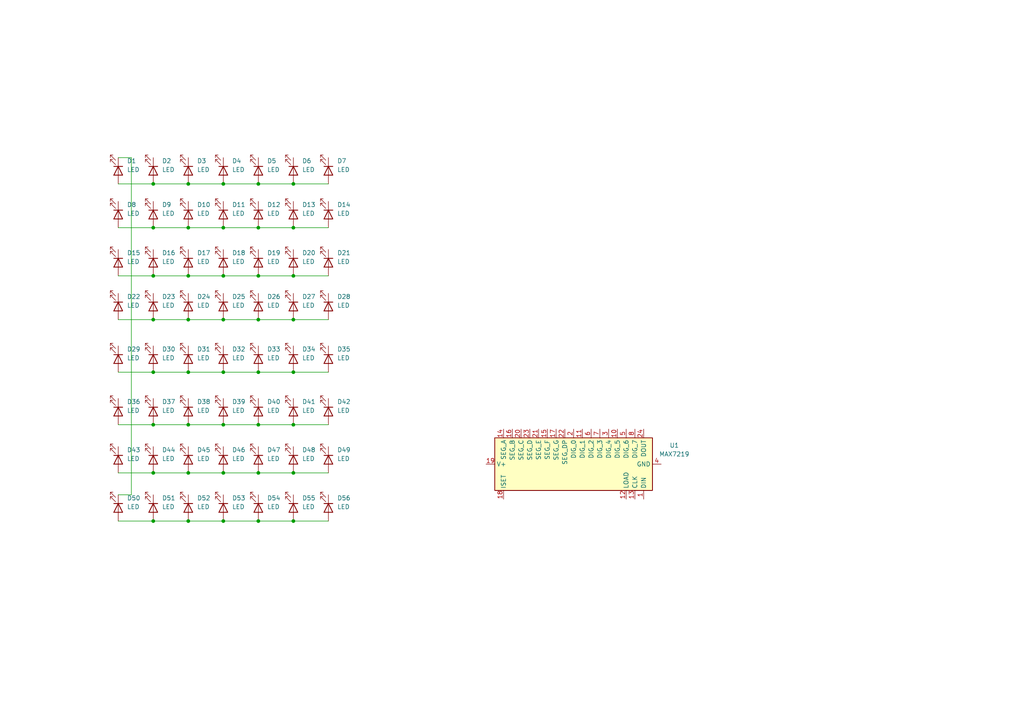
<source format=kicad_sch>
(kicad_sch (version 20250114) (generator "eeschema") (generator_version "9.0")
  (paper "A4")
  (lib_symbols
    (symbol "Device:LED" (pin_numbers (hide yes)) (pin_names (offset 1.016) (hide yes))
      (property "Reference" "D" (at 0 2.54 0))
      (property "Value" "LED" (at 0 -2.54 0))
      (symbol "LED_0_1"
        (polyline (pts (xy -3.048 -0.762) (xy -4.572 -2.286) (xy -3.81 -2.286) (xy -4.572 -2.286) (xy -4.572 -1.524)))
        (polyline (pts (xy -1.778 -0.762) (xy -3.302 -2.286) (xy -2.54 -2.286) (xy -3.302 -2.286) (xy -3.302 -1.524)))
        (polyline (pts (xy -1.27 0) (xy 1.27 0)))
        (polyline (pts (xy -1.27 -1.27) (xy -1.27 1.27)) (stroke (width 0.254)))
        (polyline (pts (xy 1.27 -1.27) (xy 1.27 1.27) (xy -1.27 0) (xy 1.27 -1.27)) (stroke (width 0.254)))
      )
      (symbol "LED_1_1"
        (pin passive line (at -3.81 0 0) (length 2.54) (name "K") (number "1"))
        (pin passive line (at 3.81 0 180) (length 2.54) (name "A") (number "2"))
      )
    )
    (symbol "Driver_LED:MAX7219"
      (property "Reference" "U" (at -6.35 24.13 0))
      (property "Value" "MAX7219" (at 1.27 25.4 0))
      (symbol "MAX7219_0_1"
        (rectangle (start -7.62 22.86) (end 7.62 -22.86) (stroke (width 0.254)) (fill (type background)))
      )
      (symbol "MAX7219_1_1"
        (pin input line (at -10.16 20.32 0) (length 2.54) (name "ISET") (number "18"))
        (pin input line (at -10.16 -15.24 0) (length 2.54) (name "LOAD") (number "12"))
        (pin input line (at -10.16 -17.78 0) (length 2.54) (name "CLK") (number "13"))
        (pin input line (at -10.16 -20.32 0) (length 2.54) (name "DIN") (number "1"))
        (pin power_in line (at 0 25.4 270) (length 2.54) (name "V+") (number "19"))
        (pin power_in line (at 0 -25.4 90) (length 2.54) (name "GND") (number "4"))
        (pin passive line (at 0 -25.4 90) (length 2.54) (hide yes) (name "GND") (number "9"))
        (pin output line (at 10.16 20.32 180) (length 2.54) (name "SEG_A") (number "14"))
        (pin output line (at 10.16 17.78 180) (length 2.54) (name "SEG_B") (number "16"))
        (pin output line (at 10.16 15.24 180) (length 2.54) (name "SEG_C") (number "20"))
        (pin output line (at 10.16 12.7 180) (length 2.54) (name "SEG_D") (number "23"))
        (pin output line (at 10.16 10.16 180) (length 2.54) (name "SEG_E") (number "21"))
        (pin output line (at 10.16 7.62 180) (length 2.54) (name "SEG_F") (number "15"))
        (pin output line (at 10.16 5.08 180) (length 2.54) (name "SEG_G") (number "17"))
        (pin output line (at 10.16 2.54 180) (length 2.54) (name "SEG_DP") (number "22"))
        (pin output line (at 10.16 0 180) (length 2.54) (name "DIG_0") (number "2"))
        (pin output line (at 10.16 -2.54 180) (length 2.54) (name "DIG_1") (number "11"))
        (pin output line (at 10.16 -5.08 180) (length 2.54) (name "DIG_2") (number "6"))
        (pin output line (at 10.16 -7.62 180) (length 2.54) (name "DIG_3") (number "7"))
        (pin output line (at 10.16 -10.16 180) (length 2.54) (name "DIG_4") (number "3"))
        (pin output line (at 10.16 -12.7 180) (length 2.54) (name "DIG_5") (number "10"))
        (pin output line (at 10.16 -15.24 180) (length 2.54) (name "DIG_6") (number "5"))
        (pin output line (at 10.16 -17.78 180) (length 2.54) (name "DIG_7") (number "8"))
        (pin output line (at 10.16 -20.32 180) (length 2.54) (name "DOUT") (number "24"))
      )
    )
  )
  (junction (at 64.77 80.01))
  (junction (at 54.61 53.34))
  (junction (at 85.09 92.71))
  (junction (at 64.77 92.71))
  (junction (at 85.09 123.19))
  (junction (at 74.93 80.01))
  (junction (at 74.93 53.34))
  (junction (at 44.45 123.19))
  (junction (at 74.93 151.13))
  (junction (at 44.45 53.34))
  (junction (at 44.45 92.71))
  (junction (at 54.61 151.13))
  (junction (at 74.93 123.19))
  (junction (at 54.61 92.71))
  (junction (at 85.09 151.13))
  (junction (at 64.77 53.34))
  (junction (at 74.93 107.95))
  (junction (at 85.09 53.34))
  (junction (at 74.93 92.71))
  (junction (at 44.45 151.13))
  (junction (at 85.09 137.16))
  (junction (at 44.45 137.16))
  (junction (at 54.61 66.04))
  (junction (at 64.77 151.13))
  (junction (at 74.93 137.16))
  (junction (at 44.45 66.04))
  (junction (at 44.45 107.95))
  (junction (at 54.61 137.16))
  (junction (at 54.61 107.95))
  (junction (at 74.93 66.04))
  (junction (at 85.09 66.04))
  (junction (at 44.45 80.01))
  (junction (at 85.09 80.01))
  (junction (at 54.61 123.19))
  (junction (at 64.77 123.19))
  (junction (at 54.61 80.01))
  (junction (at 64.77 137.16))
  (junction (at 64.77 66.04))
  (junction (at 64.77 107.95))
  (junction (at 85.09 107.95))
  (wire (pts (xy 85.09 92.71) (xy 95.25 92.71)))
  (wire (pts (xy 54.61 151.13) (xy 64.77 151.13)))
  (wire (pts (xy 74.93 66.04) (xy 85.09 66.04)))
  (wire (pts (xy 54.61 53.34) (xy 64.77 53.34)))
  (wire (pts (xy 54.61 107.95) (xy 64.77 107.95)))
  (wire (pts (xy 64.77 66.04) (xy 74.93 66.04)))
  (wire (pts (xy 85.09 137.16) (xy 95.25 137.16)))
  (wire (pts (xy 64.77 123.19) (xy 74.93 123.19)))
  (wire (pts (xy 54.61 123.19) (xy 64.77 123.19)))
  (wire (pts (xy 85.09 123.19) (xy 95.25 123.19)))
  (wire (pts (xy 34.29 137.16) (xy 44.45 137.16)))
  (wire (pts (xy 34.29 123.19) (xy 44.45 123.19)))
  (wire (pts (xy 54.61 80.01) (xy 64.77 80.01)))
  (wire (pts (xy 34.29 53.34) (xy 44.45 53.34)))
  (wire (pts (xy 85.09 151.13) (xy 95.25 151.13)))
  (wire (pts (xy 74.93 80.01) (xy 85.09 80.01)))
  (wire (pts (xy 34.29 45.72) (xy 38.1 45.72)))
  (wire (pts (xy 74.93 151.13) (xy 85.09 151.13)))
  (wire (pts (xy 74.93 137.16) (xy 85.09 137.16)))
  (wire (pts (xy 64.77 151.13) (xy 74.93 151.13)))
  (wire (pts (xy 44.45 137.16) (xy 54.61 137.16)))
  (wire (pts (xy 38.1 45.72) (xy 38.1 143.51)))
  (wire (pts (xy 44.45 66.04) (xy 54.61 66.04)))
  (wire (pts (xy 64.77 107.95) (xy 74.93 107.95)))
  (wire (pts (xy 54.61 66.04) (xy 64.77 66.04)))
  (wire (pts (xy 34.29 92.71) (xy 44.45 92.71)))
  (wire (pts (xy 64.77 137.16) (xy 74.93 137.16)))
  (wire (pts (xy 74.93 92.71) (xy 85.09 92.71)))
  (wire (pts (xy 74.93 107.95) (xy 85.09 107.95)))
  (wire (pts (xy 85.09 66.04) (xy 95.25 66.04)))
  (wire (pts (xy 34.29 151.13) (xy 44.45 151.13)))
  (wire (pts (xy 44.45 80.01) (xy 54.61 80.01)))
  (wire (pts (xy 85.09 80.01) (xy 95.25 80.01)))
  (wire (pts (xy 74.93 53.34) (xy 85.09 53.34)))
  (wire (pts (xy 54.61 137.16) (xy 64.77 137.16)))
  (wire (pts (xy 74.93 123.19) (xy 85.09 123.19)))
  (wire (pts (xy 44.45 151.13) (xy 54.61 151.13)))
  (wire (pts (xy 44.45 53.34) (xy 54.61 53.34)))
  (wire (pts (xy 64.77 53.34) (xy 74.93 53.34)))
  (wire (pts (xy 34.29 80.01) (xy 44.45 80.01)))
  (wire (pts (xy 44.45 123.19) (xy 54.61 123.19)))
  (wire (pts (xy 54.61 92.71) (xy 64.77 92.71)))
  (wire (pts (xy 44.45 107.95) (xy 54.61 107.95)))
  (wire (pts (xy 85.09 53.34) (xy 95.25 53.34)))
  (wire (pts (xy 64.77 80.01) (xy 74.93 80.01)))
  (wire (pts (xy 34.29 66.04) (xy 44.45 66.04)))
  (wire (pts (xy 85.09 107.95) (xy 95.25 107.95)))
  (wire (pts (xy 34.29 107.95) (xy 44.45 107.95)))
  (wire (pts (xy 44.45 92.71) (xy 54.61 92.71)))
  (wire (pts (xy 64.77 92.71) (xy 74.93 92.71)))
  (wire (pts (xy 38.1 143.51) (xy 34.29 143.51)))
  (symbol (lib_id "Device:LED") (at 85.09 49.53 270) (unit 1)
    (property "Reference" "D6" (at 87.63 46.6724 90) (effects (justify left)))
    (property "Value" "LED" (at 87.63 49.2124 90) (effects (justify left)))
    (property "Footprint" "LED_THT:LED_D3.0mm_Clear" (effects (hide yes)))
    (property "Description" "Light emitting diode" (effects (hide yes)))
    (property "Sim.Pins" "1=K 2=A" (effects (hide yes)))
  )
  (symbol (lib_id "Device:LED") (at 95.25 104.14 270) (unit 1)
    (property "Reference" "D35" (at 97.79 101.2824 90) (effects (justify left)))
    (property "Value" "LED" (at 97.79 103.8224 90) (effects (justify left)))
    (property "Footprint" "LED_THT:LED_D3.0mm_Clear" (effects (hide yes)))
    (property "Description" "Light emitting diode" (effects (hide yes)))
    (property "Sim.Pins" "1=K 2=A" (effects (hide yes)))
  )
  (symbol (lib_id "Device:LED") (at 44.45 76.2 270) (unit 1)
    (property "Reference" "D16" (at 46.99 73.3424 90) (effects (justify left)))
    (property "Value" "LED" (at 46.99 75.8824 90) (effects (justify left)))
    (property "Footprint" "LED_THT:LED_D3.0mm_Clear" (effects (hide yes)))
    (property "Description" "Light emitting diode" (effects (hide yes)))
    (property "Sim.Pins" "1=K 2=A" (effects (hide yes)))
  )
  (symbol (lib_id "Device:LED") (at 64.77 104.14 270) (unit 1)
    (property "Reference" "D32" (at 67.31 101.2824 90) (effects (justify left)))
    (property "Value" "LED" (at 67.31 103.8224 90) (effects (justify left)))
    (property "Footprint" "LED_THT:LED_D3.0mm_Clear" (effects (hide yes)))
    (property "Description" "Light emitting diode" (effects (hide yes)))
    (property "Sim.Pins" "1=K 2=A" (effects (hide yes)))
  )
  (symbol (lib_id "Device:LED") (at 64.77 88.9 270) (unit 1)
    (property "Reference" "D25" (at 67.31 86.0424 90) (effects (justify left)))
    (property "Value" "LED" (at 67.31 88.5824 90) (effects (justify left)))
    (property "Footprint" "LED_THT:LED_D3.0mm_Clear" (effects (hide yes)))
    (property "Description" "Light emitting diode" (effects (hide yes)))
    (property "Sim.Pins" "1=K 2=A" (effects (hide yes)))
  )
  (symbol (lib_id "Device:LED") (at 95.25 76.2 270) (unit 1)
    (property "Reference" "D21" (at 97.79 73.3424 90) (effects (justify left)))
    (property "Value" "LED" (at 97.79 75.8824 90) (effects (justify left)))
    (property "Footprint" "LED_THT:LED_D3.0mm_Clear" (effects (hide yes)))
    (property "Description" "Light emitting diode" (effects (hide yes)))
    (property "Sim.Pins" "1=K 2=A" (effects (hide yes)))
  )
  (symbol (lib_id "Device:LED") (at 64.77 147.32 270) (unit 1)
    (property "Reference" "D53" (at 67.31 144.4624 90) (effects (justify left)))
    (property "Value" "LED" (at 67.31 147.0024 90) (effects (justify left)))
    (property "Footprint" "LED_THT:LED_D3.0mm_Clear" (effects (hide yes)))
    (property "Description" "Light emitting diode" (effects (hide yes)))
    (property "Sim.Pins" "1=K 2=A" (effects (hide yes)))
  )
  (symbol (lib_id "Device:LED") (at 34.29 49.53 270) (unit 1)
    (property "Reference" "D1" (at 36.83 46.6724 90) (effects (justify left)))
    (property "Value" "LED" (at 36.83 49.2124 90) (effects (justify left)))
    (property "Footprint" "LED_THT:LED_D3.0mm_Clear" (effects (hide yes)))
    (property "Description" "Light emitting diode" (effects (hide yes)))
    (property "Sim.Pins" "1=K 2=A" (effects (hide yes)))
  )
  (symbol (lib_id "Device:LED") (at 44.45 88.9 270) (unit 1)
    (property "Reference" "D23" (at 46.99 86.0424 90) (effects (justify left)))
    (property "Value" "LED" (at 46.99 88.5824 90) (effects (justify left)))
    (property "Footprint" "LED_THT:LED_D3.0mm_Clear" (effects (hide yes)))
    (property "Description" "Light emitting diode" (effects (hide yes)))
    (property "Sim.Pins" "1=K 2=A" (effects (hide yes)))
  )
  (symbol (lib_id "Device:LED") (at 34.29 147.32 270) (unit 1)
    (property "Reference" "D50" (at 36.83 144.4624 90) (effects (justify left)))
    (property "Value" "LED" (at 36.83 147.0024 90) (effects (justify left)))
    (property "Footprint" "LED_THT:LED_D3.0mm_Clear" (effects (hide yes)))
    (property "Description" "Light emitting diode" (effects (hide yes)))
    (property "Sim.Pins" "1=K 2=A" (effects (hide yes)))
  )
  (symbol (lib_id "Device:LED") (at 95.25 49.53 270) (unit 1)
    (property "Reference" "D7" (at 97.79 46.6724 90) (effects (justify left)))
    (property "Value" "LED" (at 97.79 49.2124 90) (effects (justify left)))
    (property "Footprint" "LED_THT:LED_D3.0mm_Clear" (effects (hide yes)))
    (property "Description" "Light emitting diode" (effects (hide yes)))
    (property "Sim.Pins" "1=K 2=A" (effects (hide yes)))
  )
  (symbol (lib_id "Device:LED") (at 85.09 133.35 270) (unit 1)
    (property "Reference" "D48" (at 87.63 130.4924 90) (effects (justify left)))
    (property "Value" "LED" (at 87.63 133.0324 90) (effects (justify left)))
    (property "Footprint" "LED_THT:LED_D3.0mm_Clear" (effects (hide yes)))
    (property "Description" "Light emitting diode" (effects (hide yes)))
    (property "Sim.Pins" "1=K 2=A" (effects (hide yes)))
  )
  (symbol (lib_id "Device:LED") (at 95.25 147.32 270) (unit 1)
    (property "Reference" "D56" (at 97.79 144.4624 90) (effects (justify left)))
    (property "Value" "LED" (at 97.79 147.0024 90) (effects (justify left)))
    (property "Footprint" "LED_THT:LED_D3.0mm_Clear" (effects (hide yes)))
    (property "Description" "Light emitting diode" (effects (hide yes)))
    (property "Sim.Pins" "1=K 2=A" (effects (hide yes)))
  )
  (symbol (lib_id "Device:LED") (at 85.09 119.38 270) (unit 1)
    (property "Reference" "D41" (at 87.63 116.5224 90) (effects (justify left)))
    (property "Value" "LED" (at 87.63 119.0624 90) (effects (justify left)))
    (property "Footprint" "LED_THT:LED_D3.0mm_Clear" (effects (hide yes)))
    (property "Description" "Light emitting diode" (effects (hide yes)))
    (property "Sim.Pins" "1=K 2=A" (effects (hide yes)))
  )
  (symbol (lib_id "Device:LED") (at 64.77 62.23 270) (unit 1)
    (property "Reference" "D11" (at 67.31 59.3724 90) (effects (justify left)))
    (property "Value" "LED" (at 67.31 61.9124 90) (effects (justify left)))
    (property "Footprint" "LED_THT:LED_D3.0mm_Clear" (effects (hide yes)))
    (property "Description" "Light emitting diode" (effects (hide yes)))
    (property "Sim.Pins" "1=K 2=A" (effects (hide yes)))
  )
  (symbol (lib_id "Device:LED") (at 44.45 147.32 270) (unit 1)
    (property "Reference" "D51" (at 46.99 144.4624 90) (effects (justify left)))
    (property "Value" "LED" (at 46.99 147.0024 90) (effects (justify left)))
    (property "Footprint" "LED_THT:LED_D3.0mm_Clear" (effects (hide yes)))
    (property "Description" "Light emitting diode" (effects (hide yes)))
    (property "Sim.Pins" "1=K 2=A" (effects (hide yes)))
  )
  (symbol (lib_id "Device:LED") (at 64.77 49.53 270) (unit 1)
    (property "Reference" "D4" (at 67.31 46.6724 90) (effects (justify left)))
    (property "Value" "LED" (at 67.31 49.2124 90) (effects (justify left)))
    (property "Footprint" "LED_THT:LED_D3.0mm_Clear" (effects (hide yes)))
    (property "Description" "Light emitting diode" (effects (hide yes)))
    (property "Sim.Pins" "1=K 2=A" (effects (hide yes)))
  )
  (symbol (lib_id "Device:LED") (at 95.25 133.35 270) (unit 1)
    (property "Reference" "D49" (at 97.79 130.4924 90) (effects (justify left)))
    (property "Value" "LED" (at 97.79 133.0324 90) (effects (justify left)))
    (property "Footprint" "LED_THT:LED_D3.0mm_Clear" (effects (hide yes)))
    (property "Description" "Light emitting diode" (effects (hide yes)))
    (property "Sim.Pins" "1=K 2=A" (effects (hide yes)))
  )
  (symbol (lib_id "Device:LED") (at 44.45 133.35 270) (unit 1)
    (property "Reference" "D44" (at 46.99 130.4924 90) (effects (justify left)))
    (property "Value" "LED" (at 46.99 133.0324 90) (effects (justify left)))
    (property "Footprint" "LED_THT:LED_D3.0mm_Clear" (effects (hide yes)))
    (property "Description" "Light emitting diode" (effects (hide yes)))
    (property "Sim.Pins" "1=K 2=A" (effects (hide yes)))
  )
  (symbol (lib_id "Device:LED") (at 74.93 104.14 270) (unit 1)
    (property "Reference" "D33" (at 77.47 101.2824 90) (effects (justify left)))
    (property "Value" "LED" (at 77.47 103.8224 90) (effects (justify left)))
    (property "Footprint" "LED_THT:LED_D3.0mm_Clear" (effects (hide yes)))
    (property "Description" "Light emitting diode" (effects (hide yes)))
    (property "Sim.Pins" "1=K 2=A" (effects (hide yes)))
  )
  (symbol (lib_id "Device:LED") (at 54.61 104.14 270) (unit 1)
    (property "Reference" "D31" (at 57.15 101.2824 90) (effects (justify left)))
    (property "Value" "LED" (at 57.15 103.8224 90) (effects (justify left)))
    (property "Footprint" "LED_THT:LED_D3.0mm_Clear" (effects (hide yes)))
    (property "Description" "Light emitting diode" (effects (hide yes)))
    (property "Sim.Pins" "1=K 2=A" (effects (hide yes)))
  )
  (symbol (lib_id "Device:LED") (at 74.93 49.53 270) (unit 1)
    (property "Reference" "D5" (at 77.47 46.6724 90) (effects (justify left)))
    (property "Value" "LED" (at 77.47 49.2124 90) (effects (justify left)))
    (property "Footprint" "LED_THT:LED_D3.0mm_Clear" (effects (hide yes)))
    (property "Description" "Light emitting diode" (effects (hide yes)))
    (property "Sim.Pins" "1=K 2=A" (effects (hide yes)))
  )
  (symbol (lib_id "Device:LED") (at 74.93 119.38 270) (unit 1)
    (property "Reference" "D40" (at 77.47 116.5224 90) (effects (justify left)))
    (property "Value" "LED" (at 77.47 119.0624 90) (effects (justify left)))
    (property "Footprint" "LED_THT:LED_D3.0mm_Clear" (effects (hide yes)))
    (property "Description" "Light emitting diode" (effects (hide yes)))
    (property "Sim.Pins" "1=K 2=A" (effects (hide yes)))
  )
  (symbol (lib_id "Device:LED") (at 44.45 104.14 270) (unit 1)
    (property "Reference" "D30" (at 46.99 101.2824 90) (effects (justify left)))
    (property "Value" "LED" (at 46.99 103.8224 90) (effects (justify left)))
    (property "Footprint" "LED_THT:LED_D3.0mm_Clear" (effects (hide yes)))
    (property "Description" "Light emitting diode" (effects (hide yes)))
    (property "Sim.Pins" "1=K 2=A" (effects (hide yes)))
  )
  (symbol (lib_id "Device:LED") (at 85.09 104.14 270) (unit 1)
    (property "Reference" "D34" (at 87.63 101.2824 90) (effects (justify left)))
    (property "Value" "LED" (at 87.63 103.8224 90) (effects (justify left)))
    (property "Footprint" "LED_THT:LED_D3.0mm_Clear" (effects (hide yes)))
    (property "Description" "Light emitting diode" (effects (hide yes)))
    (property "Sim.Pins" "1=K 2=A" (effects (hide yes)))
  )
  (symbol (lib_id "Device:LED") (at 74.93 88.9 270) (unit 1)
    (property "Reference" "D26" (at 77.47 86.0424 90) (effects (justify left)))
    (property "Value" "LED" (at 77.47 88.5824 90) (effects (justify left)))
    (property "Footprint" "LED_THT:LED_D3.0mm_Clear" (effects (hide yes)))
    (property "Description" "Light emitting diode" (effects (hide yes)))
    (property "Sim.Pins" "1=K 2=A" (effects (hide yes)))
  )
  (symbol (lib_id "Device:LED") (at 54.61 49.53 270) (unit 1)
    (property "Reference" "D3" (at 57.15 46.6724 90) (effects (justify left)))
    (property "Value" "LED" (at 57.15 49.2124 90) (effects (justify left)))
    (property "Footprint" "LED_THT:LED_D3.0mm_Clear" (effects (hide yes)))
    (property "Description" "Light emitting diode" (effects (hide yes)))
    (property "Sim.Pins" "1=K 2=A" (effects (hide yes)))
  )
  (symbol (lib_id "Device:LED") (at 64.77 133.35 270) (unit 1)
    (property "Reference" "D46" (at 67.31 130.4924 90) (effects (justify left)))
    (property "Value" "LED" (at 67.31 133.0324 90) (effects (justify left)))
    (property "Footprint" "LED_THT:LED_D3.0mm_Clear" (effects (hide yes)))
    (property "Description" "Light emitting diode" (effects (hide yes)))
    (property "Sim.Pins" "1=K 2=A" (effects (hide yes)))
  )
  (symbol (lib_id "Device:LED") (at 34.29 88.9 270) (unit 1)
    (property "Reference" "D22" (at 36.83 86.0424 90) (effects (justify left)))
    (property "Value" "LED" (at 36.83 88.5824 90) (effects (justify left)))
    (property "Footprint" "LED_THT:LED_D3.0mm_Clear" (effects (hide yes)))
    (property "Description" "Light emitting diode" (effects (hide yes)))
    (property "Sim.Pins" "1=K 2=A" (effects (hide yes)))
  )
  (symbol (lib_id "Device:LED") (at 74.93 133.35 270) (unit 1)
    (property "Reference" "D47" (at 77.47 130.4924 90) (effects (justify left)))
    (property "Value" "LED" (at 77.47 133.0324 90) (effects (justify left)))
    (property "Footprint" "LED_THT:LED_D3.0mm_Clear" (effects (hide yes)))
    (property "Description" "Light emitting diode" (effects (hide yes)))
    (property "Sim.Pins" "1=K 2=A" (effects (hide yes)))
  )
  (symbol (lib_id "Device:LED") (at 64.77 76.2 270) (unit 1)
    (property "Reference" "D18" (at 67.31 73.3424 90) (effects (justify left)))
    (property "Value" "LED" (at 67.31 75.8824 90) (effects (justify left)))
    (property "Footprint" "LED_THT:LED_D3.0mm_Clear" (effects (hide yes)))
    (property "Description" "Light emitting diode" (effects (hide yes)))
    (property "Sim.Pins" "1=K 2=A" (effects (hide yes)))
  )
  (symbol (lib_id "Device:LED") (at 54.61 119.38 270) (unit 1)
    (property "Reference" "D38" (at 57.15 116.5224 90) (effects (justify left)))
    (property "Value" "LED" (at 57.15 119.0624 90) (effects (justify left)))
    (property "Footprint" "LED_THT:LED_D3.0mm_Clear" (effects (hide yes)))
    (property "Description" "Light emitting diode" (effects (hide yes)))
    (property "Sim.Pins" "1=K 2=A" (effects (hide yes)))
  )
  (symbol (lib_id "Device:LED") (at 85.09 62.23 270) (unit 1)
    (property "Reference" "D13" (at 87.63 59.3724 90) (effects (justify left)))
    (property "Value" "LED" (at 87.63 61.9124 90) (effects (justify left)))
    (property "Footprint" "LED_THT:LED_D3.0mm_Clear" (effects (hide yes)))
    (property "Description" "Light emitting diode" (effects (hide yes)))
    (property "Sim.Pins" "1=K 2=A" (effects (hide yes)))
  )
  (symbol (lib_id "Device:LED") (at 44.45 62.23 270) (unit 1)
    (property "Reference" "D9" (at 46.99 59.3724 90) (effects (justify left)))
    (property "Value" "LED" (at 46.99 61.9124 90) (effects (justify left)))
    (property "Footprint" "LED_THT:LED_D3.0mm_Clear" (effects (hide yes)))
    (property "Description" "Light emitting diode" (effects (hide yes)))
    (property "Sim.Pins" "1=K 2=A" (effects (hide yes)))
  )
  (symbol (lib_id "Device:LED") (at 85.09 147.32 270) (unit 1)
    (property "Reference" "D55" (at 87.63 144.4624 90) (effects (justify left)))
    (property "Value" "LED" (at 87.63 147.0024 90) (effects (justify left)))
    (property "Footprint" "LED_THT:LED_D3.0mm_Clear" (effects (hide yes)))
    (property "Description" "Light emitting diode" (effects (hide yes)))
    (property "Sim.Pins" "1=K 2=A" (effects (hide yes)))
  )
  (symbol (lib_id "Device:LED") (at 44.45 119.38 270) (unit 1)
    (property "Reference" "D37" (at 46.99 116.5224 90) (effects (justify left)))
    (property "Value" "LED" (at 46.99 119.0624 90) (effects (justify left)))
    (property "Footprint" "LED_THT:LED_D3.0mm_Clear" (effects (hide yes)))
    (property "Description" "Light emitting diode" (effects (hide yes)))
    (property "Sim.Pins" "1=K 2=A" (effects (hide yes)))
  )
  (symbol (lib_id "Device:LED") (at 54.61 88.9 270) (unit 1)
    (property "Reference" "D24" (at 57.15 86.0424 90) (effects (justify left)))
    (property "Value" "LED" (at 57.15 88.5824 90) (effects (justify left)))
    (property "Footprint" "LED_THT:LED_D3.0mm_Clear" (effects (hide yes)))
    (property "Description" "Light emitting diode" (effects (hide yes)))
    (property "Sim.Pins" "1=K 2=A" (effects (hide yes)))
  )
  (symbol (lib_id "Device:LED") (at 54.61 76.2 270) (unit 1)
    (property "Reference" "D17" (at 57.15 73.3424 90) (effects (justify left)))
    (property "Value" "LED" (at 57.15 75.8824 90) (effects (justify left)))
    (property "Footprint" "LED_THT:LED_D3.0mm_Clear" (effects (hide yes)))
    (property "Description" "Light emitting diode" (effects (hide yes)))
    (property "Sim.Pins" "1=K 2=A" (effects (hide yes)))
  )
  (symbol (lib_id "Device:LED") (at 44.45 49.53 270) (unit 1)
    (property "Reference" "D2" (at 46.99 46.6724 90) (effects (justify left)))
    (property "Value" "LED" (at 46.99 49.2124 90) (effects (justify left)))
    (property "Footprint" "LED_THT:LED_D3.0mm_Clear" (effects (hide yes)))
    (property "Description" "Light emitting diode" (effects (hide yes)))
    (property "Sim.Pins" "1=K 2=A" (effects (hide yes)))
  )
  (symbol (lib_id "Driver_LED:MAX7219") (at 166.37 134.62 90) (unit 1)
    (property "Reference" "U1" (at 195.58 129.1746 90))
    (property "Value" "MAX7219" (at 195.58 131.7146 90))
    (property "Datasheet" "https://datasheets.maximintegrated.com/en/ds/MAX7219-MAX7221.pdf" (effects (hide yes)))
    (property "Description" "8-Digit LED Display Driver" (effects (hide yes)))
  )
  (symbol (lib_id "Device:LED") (at 85.09 76.2 270) (unit 1)
    (property "Reference" "D20" (at 87.63 73.3424 90) (effects (justify left)))
    (property "Value" "LED" (at 87.63 75.8824 90) (effects (justify left)))
    (property "Footprint" "LED_THT:LED_D3.0mm_Clear" (effects (hide yes)))
    (property "Description" "Light emitting diode" (effects (hide yes)))
    (property "Sim.Pins" "1=K 2=A" (effects (hide yes)))
  )
  (symbol (lib_id "Device:LED") (at 95.25 119.38 270) (unit 1)
    (property "Reference" "D42" (at 97.79 116.5224 90) (effects (justify left)))
    (property "Value" "LED" (at 97.79 119.0624 90) (effects (justify left)))
    (property "Footprint" "LED_THT:LED_D3.0mm_Clear" (effects (hide yes)))
    (property "Description" "Light emitting diode" (effects (hide yes)))
    (property "Sim.Pins" "1=K 2=A" (effects (hide yes)))
  )
  (symbol (lib_id "Device:LED") (at 34.29 133.35 270) (unit 1)
    (property "Reference" "D43" (at 36.83 130.4924 90) (effects (justify left)))
    (property "Value" "LED" (at 36.83 133.0324 90) (effects (justify left)))
    (property "Footprint" "LED_THT:LED_D3.0mm_Clear" (effects (hide yes)))
    (property "Description" "Light emitting diode" (effects (hide yes)))
    (property "Sim.Pins" "1=K 2=A" (effects (hide yes)))
  )
  (symbol (lib_id "Device:LED") (at 54.61 147.32 270) (unit 1)
    (property "Reference" "D52" (at 57.15 144.4624 90) (effects (justify left)))
    (property "Value" "LED" (at 57.15 147.0024 90) (effects (justify left)))
    (property "Footprint" "LED_THT:LED_D3.0mm_Clear" (effects (hide yes)))
    (property "Description" "Light emitting diode" (effects (hide yes)))
    (property "Sim.Pins" "1=K 2=A" (effects (hide yes)))
  )
  (symbol (lib_id "Device:LED") (at 54.61 62.23 270) (unit 1)
    (property "Reference" "D10" (at 57.15 59.3724 90) (effects (justify left)))
    (property "Value" "LED" (at 57.15 61.9124 90) (effects (justify left)))
    (property "Footprint" "LED_THT:LED_D3.0mm_Clear" (effects (hide yes)))
    (property "Description" "Light emitting diode" (effects (hide yes)))
    (property "Sim.Pins" "1=K 2=A" (effects (hide yes)))
  )
  (symbol (lib_id "Device:LED") (at 85.09 88.9 270) (unit 1)
    (property "Reference" "D27" (at 87.63 86.0424 90) (effects (justify left)))
    (property "Value" "LED" (at 87.63 88.5824 90) (effects (justify left)))
    (property "Footprint" "LED_THT:LED_D3.0mm_Clear" (effects (hide yes)))
    (property "Description" "Light emitting diode" (effects (hide yes)))
    (property "Sim.Pins" "1=K 2=A" (effects (hide yes)))
  )
  (symbol (lib_id "Device:LED") (at 34.29 62.23 270) (unit 1)
    (property "Reference" "D8" (at 36.83 59.3724 90) (effects (justify left)))
    (property "Value" "LED" (at 36.83 61.9124 90) (effects (justify left)))
    (property "Footprint" "LED_THT:LED_D3.0mm_Clear" (effects (hide yes)))
    (property "Description" "Light emitting diode" (effects (hide yes)))
    (property "Sim.Pins" "1=K 2=A" (effects (hide yes)))
  )
  (symbol (lib_id "Device:LED") (at 34.29 76.2 270) (unit 1)
    (property "Reference" "D15" (at 36.83 73.3424 90) (effects (justify left)))
    (property "Value" "LED" (at 36.83 75.8824 90) (effects (justify left)))
    (property "Footprint" "LED_THT:LED_D3.0mm_Clear" (effects (hide yes)))
    (property "Description" "Light emitting diode" (effects (hide yes)))
    (property "Sim.Pins" "1=K 2=A" (effects (hide yes)))
  )
  (symbol (lib_id "Device:LED") (at 95.25 62.23 270) (unit 1)
    (property "Reference" "D14" (at 97.79 59.3724 90) (effects (justify left)))
    (property "Value" "LED" (at 97.79 61.9124 90) (effects (justify left)))
    (property "Footprint" "LED_THT:LED_D3.0mm_Clear" (effects (hide yes)))
    (property "Description" "Light emitting diode" (effects (hide yes)))
    (property "Sim.Pins" "1=K 2=A" (effects (hide yes)))
  )
  (symbol (lib_id "Device:LED") (at 95.25 88.9 270) (unit 1)
    (property "Reference" "D28" (at 97.79 86.0424 90) (effects (justify left)))
    (property "Value" "LED" (at 97.79 88.5824 90) (effects (justify left)))
    (property "Footprint" "LED_THT:LED_D3.0mm_Clear" (effects (hide yes)))
    (property "Description" "Light emitting diode" (effects (hide yes)))
    (property "Sim.Pins" "1=K 2=A" (effects (hide yes)))
  )
  (symbol (lib_id "Device:LED") (at 34.29 119.38 270) (unit 1)
    (property "Reference" "D36" (at 36.83 116.5224 90) (effects (justify left)))
    (property "Value" "LED" (at 36.83 119.0624 90) (effects (justify left)))
    (property "Footprint" "LED_THT:LED_D3.0mm_Clear" (effects (hide yes)))
    (property "Description" "Light emitting diode" (effects (hide yes)))
    (property "Sim.Pins" "1=K 2=A" (effects (hide yes)))
  )
  (symbol (lib_id "Device:LED") (at 54.61 133.35 270) (unit 1)
    (property "Reference" "D45" (at 57.15 130.4924 90) (effects (justify left)))
    (property "Value" "LED" (at 57.15 133.0324 90) (effects (justify left)))
    (property "Footprint" "LED_THT:LED_D3.0mm_Clear" (effects (hide yes)))
    (property "Description" "Light emitting diode" (effects (hide yes)))
    (property "Sim.Pins" "1=K 2=A" (effects (hide yes)))
  )
  (symbol (lib_id "Device:LED") (at 74.93 147.32 270) (unit 1)
    (property "Reference" "D54" (at 77.47 144.4624 90) (effects (justify left)))
    (property "Value" "LED" (at 77.47 147.0024 90) (effects (justify left)))
    (property "Footprint" "LED_THT:LED_D3.0mm_Clear" (effects (hide yes)))
    (property "Description" "Light emitting diode" (effects (hide yes)))
    (property "Sim.Pins" "1=K 2=A" (effects (hide yes)))
  )
  (symbol (lib_id "Device:LED") (at 34.29 104.14 270) (unit 1)
    (property "Reference" "D29" (at 36.83 101.2824 90) (effects (justify left)))
    (property "Value" "LED" (at 36.83 103.8224 90) (effects (justify left)))
    (property "Footprint" "LED_THT:LED_D3.0mm_Clear" (effects (hide yes)))
    (property "Description" "Light emitting diode" (effects (hide yes)))
    (property "Sim.Pins" "1=K 2=A" (effects (hide yes)))
  )
  (symbol (lib_id "Device:LED") (at 74.93 76.2 270) (unit 1)
    (property "Reference" "D19" (at 77.47 73.3424 90) (effects (justify left)))
    (property "Value" "LED" (at 77.47 75.8824 90) (effects (justify left)))
    (property "Footprint" "LED_THT:LED_D3.0mm_Clear" (effects (hide yes)))
    (property "Description" "Light emitting diode" (effects (hide yes)))
    (property "Sim.Pins" "1=K 2=A" (effects (hide yes)))
  )
  (symbol (lib_id "Device:LED") (at 64.77 119.38 270) (unit 1)
    (property "Reference" "D39" (at 67.31 116.5224 90) (effects (justify left)))
    (property "Value" "LED" (at 67.31 119.0624 90) (effects (justify left)))
    (property "Footprint" "LED_THT:LED_D3.0mm_Clear" (effects (hide yes)))
    (property "Description" "Light emitting diode" (effects (hide yes)))
    (property "Sim.Pins" "1=K 2=A" (effects (hide yes)))
  )
  (symbol (lib_id "Device:LED") (at 74.93 62.23 270) (unit 1)
    (property "Reference" "D12" (at 77.47 59.3724 90) (effects (justify left)))
    (property "Value" "LED" (at 77.47 61.9124 90) (effects (justify left)))
    (property "Footprint" "LED_THT:LED_D3.0mm_Clear" (effects (hide yes)))
    (property "Description" "Light emitting diode" (effects (hide yes)))
    (property "Sim.Pins" "1=K 2=A" (effects (hide yes)))
  )
)
</source>
